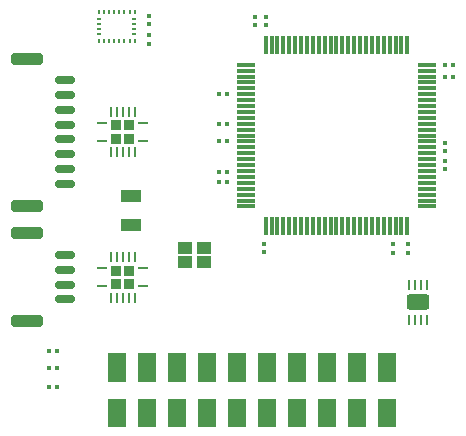
<source format=gbr>
%TF.GenerationSoftware,KiCad,Pcbnew,7.0.6*%
%TF.CreationDate,2023-09-15T14:04:58+02:00*%
%TF.ProjectId,V8,56382e6b-6963-4616-945f-706362585858,rev?*%
%TF.SameCoordinates,Original*%
%TF.FileFunction,Paste,Top*%
%TF.FilePolarity,Positive*%
%FSLAX46Y46*%
G04 Gerber Fmt 4.6, Leading zero omitted, Abs format (unit mm)*
G04 Created by KiCad (PCBNEW 7.0.6) date 2023-09-15 14:04:58*
%MOMM*%
%LPD*%
G01*
G04 APERTURE LIST*
G04 Aperture macros list*
%AMRoundRect*
0 Rectangle with rounded corners*
0 $1 Rounding radius*
0 $2 $3 $4 $5 $6 $7 $8 $9 X,Y pos of 4 corners*
0 Add a 4 corners polygon primitive as box body*
4,1,4,$2,$3,$4,$5,$6,$7,$8,$9,$2,$3,0*
0 Add four circle primitives for the rounded corners*
1,1,$1+$1,$2,$3*
1,1,$1+$1,$4,$5*
1,1,$1+$1,$6,$7*
1,1,$1+$1,$8,$9*
0 Add four rect primitives between the rounded corners*
20,1,$1+$1,$2,$3,$4,$5,0*
20,1,$1+$1,$4,$5,$6,$7,0*
20,1,$1+$1,$6,$7,$8,$9,0*
20,1,$1+$1,$8,$9,$2,$3,0*%
G04 Aperture macros list end*
%ADD10C,0.010000*%
%ADD11RoundRect,0.079500X0.079500X0.100500X-0.079500X0.100500X-0.079500X-0.100500X0.079500X-0.100500X0*%
%ADD12RoundRect,0.079500X0.100500X-0.079500X0.100500X0.079500X-0.100500X0.079500X-0.100500X-0.079500X0*%
%ADD13RoundRect,0.079500X-0.100500X0.079500X-0.100500X-0.079500X0.100500X-0.079500X0.100500X0.079500X0*%
%ADD14R,0.820000X0.820000*%
%ADD15R,0.850000X0.280000*%
%ADD16R,0.280000X0.850000*%
%ADD17RoundRect,0.079500X-0.079500X-0.100500X0.079500X-0.100500X0.079500X0.100500X-0.079500X0.100500X0*%
%ADD18RoundRect,0.075000X-0.725000X-0.075000X0.725000X-0.075000X0.725000X0.075000X-0.725000X0.075000X0*%
%ADD19RoundRect,0.075000X-0.075000X-0.725000X0.075000X-0.725000X0.075000X0.725000X-0.075000X0.725000X0*%
%ADD20RoundRect,0.150000X-0.700000X0.150000X-0.700000X-0.150000X0.700000X-0.150000X0.700000X0.150000X0*%
%ADD21RoundRect,0.250000X-1.100000X0.250000X-1.100000X-0.250000X1.100000X-0.250000X1.100000X0.250000X0*%
%ADD22R,1.420010X2.340000*%
%ADD23R,1.420010X2.240000*%
%ADD24R,1.200000X1.000000*%
%ADD25RoundRect,0.250000X-0.710000X0.415000X-0.710000X-0.415000X0.710000X-0.415000X0.710000X0.415000X0*%
%ADD26RoundRect,0.062500X-0.062500X0.362500X-0.062500X-0.362500X0.062500X-0.362500X0.062500X0.362500X0*%
%ADD27R,1.800000X1.000000*%
%ADD28R,0.230000X0.350000*%
%ADD29R,0.350000X0.230000*%
G04 APERTURE END LIST*
%TO.C,J5*%
D10*
X139270000Y-113140000D02*
X137850000Y-113140000D01*
X137850000Y-110800000D01*
X139270000Y-110800000D01*
X139270000Y-113140000D01*
G36*
X139270000Y-113140000D02*
G01*
X137850000Y-113140000D01*
X137850000Y-110800000D01*
X139270000Y-110800000D01*
X139270000Y-113140000D01*
G37*
X139270000Y-116951000D02*
X137850000Y-116951000D01*
X137850000Y-114711000D01*
X139270000Y-114711000D01*
X139270000Y-116951000D01*
G36*
X139270000Y-116951000D02*
G01*
X137850000Y-116951000D01*
X137850000Y-114711000D01*
X139270000Y-114711000D01*
X139270000Y-116951000D01*
G37*
X141810010Y-113140000D02*
X140389990Y-113140000D01*
X140389990Y-110800000D01*
X141810010Y-110800000D01*
X141810010Y-113140000D01*
G36*
X141810010Y-113140000D02*
G01*
X140389990Y-113140000D01*
X140389990Y-110800000D01*
X141810010Y-110800000D01*
X141810010Y-113140000D01*
G37*
X141810010Y-116951000D02*
X140389990Y-116951000D01*
X140389990Y-114711000D01*
X141810010Y-114711000D01*
X141810010Y-116951000D01*
G36*
X141810010Y-116951000D02*
G01*
X140389990Y-116951000D01*
X140389990Y-114711000D01*
X141810010Y-114711000D01*
X141810010Y-116951000D01*
G37*
X144350010Y-113140000D02*
X142929990Y-113140000D01*
X142929990Y-110800000D01*
X144350010Y-110800000D01*
X144350010Y-113140000D01*
G36*
X144350010Y-113140000D02*
G01*
X142929990Y-113140000D01*
X142929990Y-110800000D01*
X144350010Y-110800000D01*
X144350010Y-113140000D01*
G37*
X144350010Y-116951000D02*
X142929990Y-116951000D01*
X142929990Y-114711000D01*
X144350010Y-114711000D01*
X144350010Y-116951000D01*
G36*
X144350010Y-116951000D02*
G01*
X142929990Y-116951000D01*
X142929990Y-114711000D01*
X144350010Y-114711000D01*
X144350010Y-116951000D01*
G37*
X146890010Y-113140000D02*
X145469990Y-113140000D01*
X145469990Y-110800000D01*
X146890010Y-110800000D01*
X146890010Y-113140000D01*
G36*
X146890010Y-113140000D02*
G01*
X145469990Y-113140000D01*
X145469990Y-110800000D01*
X146890010Y-110800000D01*
X146890010Y-113140000D01*
G37*
X146890010Y-116951000D02*
X145469990Y-116951000D01*
X145469990Y-114711000D01*
X146890010Y-114711000D01*
X146890010Y-116951000D01*
G36*
X146890010Y-116951000D02*
G01*
X145469990Y-116951000D01*
X145469990Y-114711000D01*
X146890010Y-114711000D01*
X146890010Y-116951000D01*
G37*
X149430006Y-113140000D02*
X148009990Y-113140000D01*
X148009990Y-110800000D01*
X149430006Y-110800000D01*
X149430006Y-113140000D01*
G36*
X149430006Y-113140000D02*
G01*
X148009990Y-113140000D01*
X148009990Y-110800000D01*
X149430006Y-110800000D01*
X149430006Y-113140000D01*
G37*
X149430006Y-116951000D02*
X148009990Y-116951000D01*
X148009990Y-114711000D01*
X149430006Y-114711000D01*
X149430006Y-116951000D01*
G36*
X149430006Y-116951000D02*
G01*
X148009990Y-116951000D01*
X148009990Y-114711000D01*
X149430006Y-114711000D01*
X149430006Y-116951000D01*
G37*
X151970010Y-113140000D02*
X150549994Y-113140000D01*
X150549994Y-110800000D01*
X151970010Y-110800000D01*
X151970010Y-113140000D01*
G36*
X151970010Y-113140000D02*
G01*
X150549994Y-113140000D01*
X150549994Y-110800000D01*
X151970010Y-110800000D01*
X151970010Y-113140000D01*
G37*
X151970010Y-116951000D02*
X150549994Y-116951000D01*
X150549994Y-114711000D01*
X151970010Y-114711000D01*
X151970010Y-116951000D01*
G36*
X151970010Y-116951000D02*
G01*
X150549994Y-116951000D01*
X150549994Y-114711000D01*
X151970010Y-114711000D01*
X151970010Y-116951000D01*
G37*
X154510010Y-113140000D02*
X153089990Y-113140000D01*
X153089990Y-110800000D01*
X154510010Y-110800000D01*
X154510010Y-113140000D01*
G36*
X154510010Y-113140000D02*
G01*
X153089990Y-113140000D01*
X153089990Y-110800000D01*
X154510010Y-110800000D01*
X154510010Y-113140000D01*
G37*
X154510010Y-116951000D02*
X153089990Y-116951000D01*
X153089990Y-114711000D01*
X154510010Y-114711000D01*
X154510010Y-116951000D01*
G36*
X154510010Y-116951000D02*
G01*
X153089990Y-116951000D01*
X153089990Y-114711000D01*
X154510010Y-114711000D01*
X154510010Y-116951000D01*
G37*
X157050010Y-113140000D02*
X155629990Y-113140000D01*
X155629990Y-110800000D01*
X157050010Y-110800000D01*
X157050010Y-113140000D01*
G36*
X157050010Y-113140000D02*
G01*
X155629990Y-113140000D01*
X155629990Y-110800000D01*
X157050010Y-110800000D01*
X157050010Y-113140000D01*
G37*
X157050010Y-116951000D02*
X155629990Y-116951000D01*
X155629990Y-114711000D01*
X157050010Y-114711000D01*
X157050010Y-116951000D01*
G36*
X157050010Y-116951000D02*
G01*
X155629990Y-116951000D01*
X155629990Y-114711000D01*
X157050010Y-114711000D01*
X157050010Y-116951000D01*
G37*
X159590010Y-113140000D02*
X158169990Y-113140000D01*
X158169990Y-110800000D01*
X159590010Y-110800000D01*
X159590010Y-113140000D01*
G36*
X159590010Y-113140000D02*
G01*
X158169990Y-113140000D01*
X158169990Y-110800000D01*
X159590010Y-110800000D01*
X159590010Y-113140000D01*
G37*
X159590010Y-116951000D02*
X158169990Y-116951000D01*
X158169990Y-114711000D01*
X159590010Y-114711000D01*
X159590010Y-116951000D01*
G36*
X159590010Y-116951000D02*
G01*
X158169990Y-116951000D01*
X158169990Y-114711000D01*
X159590010Y-114711000D01*
X159590010Y-116951000D01*
G37*
X162130000Y-113140000D02*
X160710000Y-113140000D01*
X160710000Y-110800000D01*
X162130000Y-110800000D01*
X162130000Y-113140000D01*
G36*
X162130000Y-113140000D02*
G01*
X160710000Y-113140000D01*
X160710000Y-110800000D01*
X162130000Y-110800000D01*
X162130000Y-113140000D01*
G37*
X162130000Y-116951000D02*
X160710000Y-116951000D01*
X160710000Y-114711000D01*
X162130000Y-114711000D01*
X162130000Y-116951000D01*
G36*
X162130000Y-116951000D02*
G01*
X160710000Y-116951000D01*
X160710000Y-114711000D01*
X162130000Y-114711000D01*
X162130000Y-116951000D01*
G37*
%TD*%
D11*
%TO.C,C23*%
X147945000Y-96300000D03*
X147255000Y-96300000D03*
%TD*%
D12*
%TO.C,C16*%
X151200000Y-83045000D03*
X151200000Y-82355000D03*
%TD*%
D11*
%TO.C,R15*%
X133545000Y-112100000D03*
X132855000Y-112100000D03*
%TD*%
%TO.C,C25*%
X147945000Y-92900000D03*
X147255000Y-92900000D03*
%TD*%
D13*
%TO.C,R17*%
X166400000Y-93055000D03*
X166400000Y-93745000D03*
%TD*%
D14*
%TO.C,U4*%
X139660000Y-103840000D03*
X138540000Y-103840000D03*
X139660000Y-104960000D03*
X138540000Y-104960000D03*
D15*
X140825000Y-103650000D03*
D16*
X140100000Y-102675000D03*
X139600000Y-102675000D03*
X139100000Y-102675000D03*
X138600000Y-102675000D03*
X138100000Y-102675000D03*
D15*
X137375000Y-103650000D03*
X137375000Y-105150000D03*
D16*
X138100000Y-106125000D03*
X138600000Y-106125000D03*
X139100000Y-106125000D03*
X139600000Y-106125000D03*
X140100000Y-106125000D03*
D15*
X140825000Y-105150000D03*
%TD*%
D17*
%TO.C,C28*%
X166355000Y-87400000D03*
X167045000Y-87400000D03*
%TD*%
D18*
%TO.C,U1*%
X149525000Y-86400000D03*
X149525000Y-86900000D03*
X149525000Y-87400000D03*
X149525000Y-87900000D03*
X149525000Y-88400000D03*
X149525000Y-88900000D03*
X149525000Y-89400000D03*
X149525000Y-89900000D03*
X149525000Y-90400000D03*
X149525000Y-90900000D03*
X149525000Y-91400000D03*
X149525000Y-91900000D03*
X149525000Y-92400000D03*
X149525000Y-92900000D03*
X149525000Y-93400000D03*
X149525000Y-93900000D03*
X149525000Y-94400000D03*
X149525000Y-94900000D03*
X149525000Y-95400000D03*
X149525000Y-95900000D03*
X149525000Y-96400000D03*
X149525000Y-96900000D03*
X149525000Y-97400000D03*
X149525000Y-97900000D03*
X149525000Y-98400000D03*
D19*
X151200000Y-100075000D03*
X151700000Y-100075000D03*
X152200000Y-100075000D03*
X152700000Y-100075000D03*
X153200000Y-100075000D03*
X153700000Y-100075000D03*
X154200000Y-100075000D03*
X154700000Y-100075000D03*
X155200000Y-100075000D03*
X155700000Y-100075000D03*
X156200000Y-100075000D03*
X156700000Y-100075000D03*
X157200000Y-100075000D03*
X157700000Y-100075000D03*
X158200000Y-100075000D03*
X158700000Y-100075000D03*
X159200000Y-100075000D03*
X159700000Y-100075000D03*
X160200000Y-100075000D03*
X160700000Y-100075000D03*
X161200000Y-100075000D03*
X161700000Y-100075000D03*
X162200000Y-100075000D03*
X162700000Y-100075000D03*
X163200000Y-100075000D03*
D18*
X164875000Y-98400000D03*
X164875000Y-97900000D03*
X164875000Y-97400000D03*
X164875000Y-96900000D03*
X164875000Y-96400000D03*
X164875000Y-95900000D03*
X164875000Y-95400000D03*
X164875000Y-94900000D03*
X164875000Y-94400000D03*
X164875000Y-93900000D03*
X164875000Y-93400000D03*
X164875000Y-92900000D03*
X164875000Y-92400000D03*
X164875000Y-91900000D03*
X164875000Y-91400000D03*
X164875000Y-90900000D03*
X164875000Y-90400000D03*
X164875000Y-89900000D03*
X164875000Y-89400000D03*
X164875000Y-88900000D03*
X164875000Y-88400000D03*
X164875000Y-87900000D03*
X164875000Y-87400000D03*
X164875000Y-86900000D03*
X164875000Y-86400000D03*
D19*
X163200000Y-84725000D03*
X162700000Y-84725000D03*
X162200000Y-84725000D03*
X161700000Y-84725000D03*
X161200000Y-84725000D03*
X160700000Y-84725000D03*
X160200000Y-84725000D03*
X159700000Y-84725000D03*
X159200000Y-84725000D03*
X158700000Y-84725000D03*
X158200000Y-84725000D03*
X157700000Y-84725000D03*
X157200000Y-84725000D03*
X156700000Y-84725000D03*
X156200000Y-84725000D03*
X155700000Y-84725000D03*
X155200000Y-84725000D03*
X154700000Y-84725000D03*
X154200000Y-84725000D03*
X153700000Y-84725000D03*
X153200000Y-84725000D03*
X152700000Y-84725000D03*
X152200000Y-84725000D03*
X151700000Y-84725000D03*
X151200000Y-84725000D03*
%TD*%
D17*
%TO.C,R14*%
X132855000Y-113700000D03*
X133545000Y-113700000D03*
%TD*%
%TO.C,C21*%
X166355000Y-86400000D03*
X167045000Y-86400000D03*
%TD*%
D20*
%TO.C,J4*%
X134200000Y-102525000D03*
X134200000Y-103775000D03*
X134200000Y-105025000D03*
X134200000Y-106275000D03*
D21*
X131000000Y-100675000D03*
X131000000Y-108125000D03*
%TD*%
D11*
%TO.C,C17*%
X147945000Y-88900000D03*
X147255000Y-88900000D03*
%TD*%
D12*
%TO.C,C19*%
X151100000Y-102245000D03*
X151100000Y-101555000D03*
%TD*%
D22*
%TO.C,J5*%
X161420000Y-111970000D03*
X158880000Y-111970000D03*
X156340000Y-111970000D03*
X153800000Y-111970000D03*
X151260000Y-111970000D03*
X148720000Y-111970000D03*
X146180000Y-111970000D03*
X143640000Y-111970000D03*
X141100000Y-111970000D03*
X138560000Y-111970000D03*
D23*
X161420000Y-115831000D03*
X158880000Y-115831000D03*
X156340000Y-115831000D03*
X153800000Y-115831000D03*
X151260000Y-115831000D03*
X148720000Y-115831000D03*
X146180000Y-115831000D03*
X143640000Y-115831000D03*
X141100000Y-115831000D03*
X138560000Y-115831000D03*
%TD*%
D11*
%TO.C,C24*%
X147945000Y-95500000D03*
X147255000Y-95500000D03*
%TD*%
D12*
%TO.C,R19*%
X141300000Y-82990000D03*
X141300000Y-82300000D03*
%TD*%
D11*
%TO.C,C18*%
X147945000Y-91400000D03*
X147255000Y-91400000D03*
%TD*%
D24*
%TO.C,Y1*%
X144400000Y-103100000D03*
X146000000Y-103100000D03*
X146000000Y-101900000D03*
X144400000Y-101900000D03*
%TD*%
D13*
%TO.C,C20*%
X163250000Y-101610000D03*
X163250000Y-102300000D03*
%TD*%
D25*
%TO.C,U5*%
X164075000Y-106530000D03*
D26*
X164825000Y-105080000D03*
X164325000Y-105080000D03*
X163825000Y-105080000D03*
X163325000Y-105080000D03*
X163325000Y-107980000D03*
X163825000Y-107980000D03*
X164325000Y-107980000D03*
X164825000Y-107980000D03*
%TD*%
D14*
%TO.C,U3*%
X139660000Y-91540000D03*
X138540000Y-91540000D03*
X139660000Y-92660000D03*
X138540000Y-92660000D03*
D15*
X140825000Y-91350000D03*
D16*
X140100000Y-90375000D03*
X139600000Y-90375000D03*
X139100000Y-90375000D03*
X138600000Y-90375000D03*
X138100000Y-90375000D03*
D15*
X137375000Y-91350000D03*
X137375000Y-92850000D03*
D16*
X138100000Y-93825000D03*
X138600000Y-93825000D03*
X139100000Y-93825000D03*
X139600000Y-93825000D03*
X140100000Y-93825000D03*
D15*
X140825000Y-92850000D03*
%TD*%
D12*
%TO.C,C22*%
X150300000Y-83045000D03*
X150300000Y-82355000D03*
%TD*%
D20*
%TO.C,J3*%
X134200000Y-87725000D03*
X134200000Y-88975000D03*
X134200000Y-90225000D03*
X134200000Y-91475000D03*
X134200000Y-92725000D03*
X134200000Y-93975000D03*
X134200000Y-95225000D03*
X134200000Y-96475000D03*
D21*
X131000000Y-85875000D03*
X131000000Y-98325000D03*
%TD*%
D27*
%TO.C,Y2*%
X139797500Y-97500000D03*
X139797500Y-100000000D03*
%TD*%
D12*
%TO.C,R20*%
X141300000Y-84615000D03*
X141300000Y-83925000D03*
%TD*%
D28*
%TO.C,U2*%
X140105000Y-84415000D03*
D29*
X140075000Y-83835000D03*
X140075000Y-83405000D03*
X140075000Y-82975000D03*
X140075000Y-82545000D03*
D28*
X140105000Y-81965000D03*
X139675000Y-81965000D03*
X139245000Y-81965000D03*
X138815000Y-81965000D03*
X138385000Y-81965000D03*
X137955000Y-81965000D03*
X137525000Y-81965000D03*
X137095000Y-81965000D03*
D29*
X137125000Y-82545000D03*
X137125000Y-82975000D03*
X137125000Y-83405000D03*
X137125000Y-83835000D03*
D28*
X137095000Y-84415000D03*
X137525000Y-84415000D03*
X137955000Y-84415000D03*
X138385000Y-84415000D03*
X138815000Y-84415000D03*
X139245000Y-84415000D03*
X139675000Y-84415000D03*
%TD*%
D11*
%TO.C,R13*%
X133545000Y-110600000D03*
X132855000Y-110600000D03*
%TD*%
D13*
%TO.C,C27*%
X162000000Y-101610000D03*
X162000000Y-102300000D03*
%TD*%
D12*
%TO.C,R16*%
X166400000Y-95225000D03*
X166400000Y-94535000D03*
%TD*%
M02*

</source>
